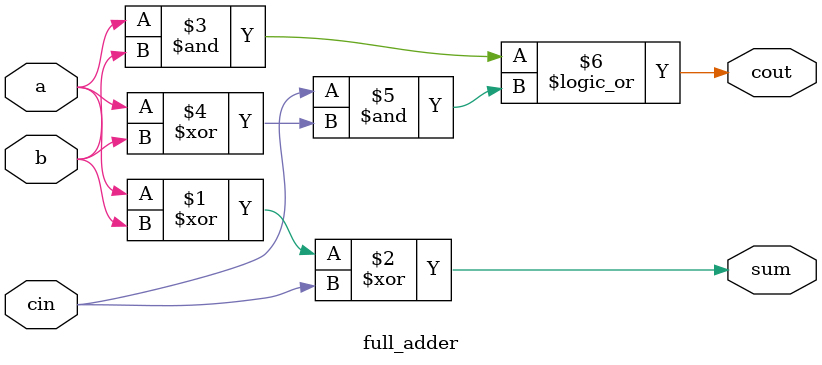
<source format=v>

module full_adder(input a,b,cin, output sum,cout);
assign sum=a^b^cin;
assign cout=(a&b)||cin&(a^b);
endmodule
</source>
